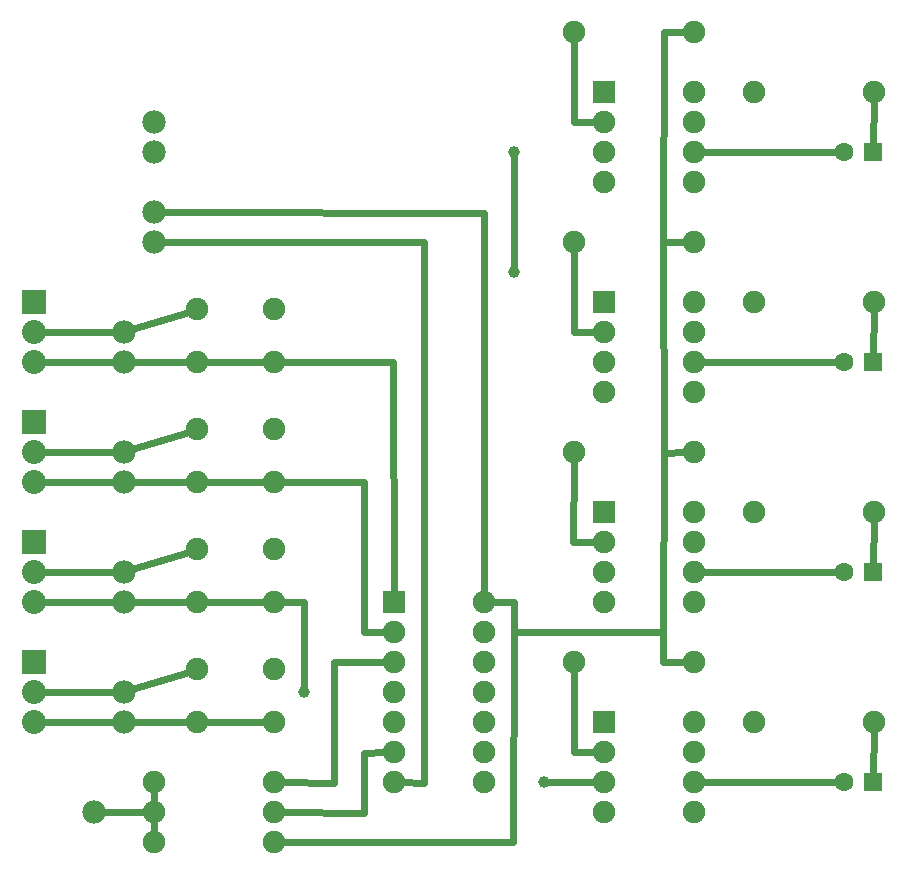
<source format=gbl>
G04 MADE WITH FRITZING*
G04 WWW.FRITZING.ORG*
G04 DOUBLE SIDED*
G04 HOLES PLATED*
G04 CONTOUR ON CENTER OF CONTOUR VECTOR*
%ASAXBY*%
%FSLAX23Y23*%
%MOIN*%
%OFA0B0*%
%SFA1.0B1.0*%
%ADD10C,0.080000*%
%ADD11C,0.075000*%
%ADD12C,0.062992*%
%ADD13C,0.078000*%
%ADD14C,0.039370*%
%ADD15R,0.080000X0.080000*%
%ADD16R,0.075000X0.075000*%
%ADD17R,0.062992X0.062992*%
%ADD18C,0.024000*%
%LNCOPPER0*%
G90*
G70*
G54D10*
X257Y850D03*
X257Y750D03*
X257Y650D03*
X257Y1650D03*
X257Y1550D03*
X257Y1450D03*
X257Y2050D03*
X257Y1950D03*
X257Y1850D03*
X257Y1250D03*
X257Y1150D03*
X257Y1050D03*
G54D11*
X2157Y1350D03*
X2457Y1350D03*
X2157Y1250D03*
X2457Y1250D03*
X2157Y1150D03*
X2457Y1150D03*
X2157Y1050D03*
X2457Y1050D03*
X2057Y1550D03*
X2457Y1550D03*
X2657Y1350D03*
X3057Y1350D03*
G54D12*
X3055Y1150D03*
X2957Y1150D03*
G54D11*
X1057Y1050D03*
X801Y1050D03*
X1057Y1227D03*
X801Y1227D03*
G54D13*
X657Y2350D03*
X657Y2250D03*
G54D14*
X1157Y749D03*
X1857Y2550D03*
X1857Y2149D03*
G54D13*
X557Y750D03*
X557Y650D03*
X557Y1150D03*
X557Y1050D03*
X557Y1550D03*
X557Y1450D03*
X557Y1950D03*
X557Y1850D03*
X457Y350D03*
X657Y2650D03*
X657Y2550D03*
G54D11*
X1057Y350D03*
X657Y350D03*
X1457Y1050D03*
X1757Y1050D03*
X1457Y950D03*
X1757Y950D03*
X1457Y850D03*
X1757Y850D03*
X1457Y750D03*
X1757Y750D03*
X1457Y650D03*
X1757Y650D03*
X1457Y550D03*
X1757Y550D03*
X1457Y450D03*
X1757Y450D03*
X2157Y650D03*
X2457Y650D03*
X2157Y550D03*
X2457Y550D03*
X2157Y450D03*
X2457Y450D03*
X2157Y350D03*
X2457Y350D03*
X2057Y850D03*
X2457Y850D03*
X657Y250D03*
X1057Y250D03*
X2157Y2050D03*
X2457Y2050D03*
X2157Y1950D03*
X2457Y1950D03*
X2157Y1850D03*
X2457Y1850D03*
X2157Y1750D03*
X2457Y1750D03*
X2057Y2250D03*
X2457Y2250D03*
X2157Y2750D03*
X2457Y2750D03*
X2157Y2650D03*
X2457Y2650D03*
X2157Y2550D03*
X2457Y2550D03*
X2157Y2450D03*
X2457Y2450D03*
X2057Y2950D03*
X2457Y2950D03*
X1057Y450D03*
X657Y450D03*
G54D12*
X3055Y2550D03*
X2957Y2550D03*
X3055Y450D03*
X2957Y450D03*
X3055Y1850D03*
X2957Y1850D03*
G54D11*
X1057Y650D03*
X801Y650D03*
X1057Y827D03*
X801Y827D03*
X1057Y1450D03*
X801Y1450D03*
X1057Y1627D03*
X801Y1627D03*
X1057Y1850D03*
X801Y1850D03*
X1057Y2027D03*
X801Y2027D03*
X2657Y650D03*
X3057Y650D03*
X2657Y2050D03*
X3057Y2050D03*
X2657Y2750D03*
X3057Y2750D03*
G54D14*
X1957Y450D03*
G54D15*
X257Y850D03*
X257Y1650D03*
X257Y2050D03*
X257Y1250D03*
G54D16*
X2157Y1350D03*
G54D17*
X3055Y1150D03*
G54D16*
X1457Y1050D03*
X2157Y650D03*
X2157Y2050D03*
X2157Y2750D03*
G54D17*
X3055Y2550D03*
X3055Y450D03*
X3055Y1850D03*
G54D18*
X1028Y650D02*
X829Y650D01*
D02*
X288Y650D02*
X527Y650D01*
D02*
X527Y750D02*
X288Y750D01*
D02*
X1976Y450D02*
X2128Y450D01*
D02*
X288Y1450D02*
X527Y1450D01*
D02*
X288Y1550D02*
X527Y1550D01*
D02*
X288Y1950D02*
X527Y1950D01*
D02*
X288Y1850D02*
X527Y1850D01*
D02*
X288Y1050D02*
X527Y1050D01*
D02*
X288Y1150D02*
X527Y1150D01*
D02*
X657Y278D02*
X657Y321D01*
D02*
X628Y350D02*
X487Y350D01*
D02*
X657Y378D02*
X657Y421D01*
D02*
X1357Y548D02*
X1357Y348D01*
D02*
X1357Y348D02*
X1085Y349D01*
D02*
X1428Y549D02*
X1357Y548D01*
D02*
X1257Y851D02*
X1428Y850D01*
D02*
X1257Y448D02*
X1257Y851D01*
D02*
X1085Y449D02*
X1257Y448D01*
D02*
X1857Y1049D02*
X1785Y1049D01*
D02*
X1857Y950D02*
X1857Y1049D01*
D02*
X1855Y249D02*
X1857Y950D01*
D02*
X1085Y250D02*
X1855Y249D01*
D02*
X1558Y2251D02*
X687Y2250D01*
D02*
X1558Y448D02*
X1558Y2251D01*
D02*
X1485Y449D02*
X1558Y448D01*
D02*
X1758Y2348D02*
X687Y2350D01*
D02*
X1757Y1078D02*
X1758Y2348D01*
D02*
X2057Y550D02*
X2057Y821D01*
D02*
X2128Y550D02*
X2057Y550D01*
D02*
X2356Y950D02*
X2356Y849D01*
D02*
X2356Y849D02*
X2428Y849D01*
D02*
X1857Y950D02*
X2356Y950D01*
D02*
X2358Y1548D02*
X2428Y1549D01*
D02*
X2356Y950D02*
X2358Y1548D01*
D02*
X2056Y1249D02*
X2057Y1521D01*
D02*
X2128Y1249D02*
X2056Y1249D01*
D02*
X2057Y1949D02*
X2128Y1949D01*
D02*
X2057Y2221D02*
X2057Y1949D01*
D02*
X2057Y2649D02*
X2128Y2649D01*
D02*
X2057Y2921D02*
X2057Y2649D01*
D02*
X2356Y2251D02*
X2428Y2250D01*
D02*
X2358Y1548D02*
X2356Y2251D01*
D02*
X2357Y2949D02*
X2428Y2949D01*
D02*
X2356Y2251D02*
X2357Y2949D01*
D02*
X1157Y768D02*
X1158Y1051D01*
D02*
X1158Y1051D02*
X1085Y1050D01*
D02*
X1358Y1450D02*
X1085Y1450D01*
D02*
X1358Y950D02*
X1358Y1450D01*
D02*
X1428Y950D02*
X1358Y950D01*
D02*
X1456Y1850D02*
X1085Y1850D01*
D02*
X1457Y1078D02*
X1456Y1850D01*
D02*
X1857Y2168D02*
X1857Y2531D01*
D02*
X2485Y2550D02*
X2930Y2550D01*
D02*
X2930Y1850D02*
X2485Y1850D01*
D02*
X2485Y1150D02*
X2930Y1150D01*
D02*
X2930Y450D02*
X2485Y450D01*
D02*
X3057Y621D02*
X3055Y476D01*
D02*
X3055Y1176D02*
X3057Y1321D01*
D02*
X3057Y2021D02*
X3055Y1876D01*
D02*
X3057Y2721D02*
X3055Y2576D01*
D02*
X587Y650D02*
X772Y650D01*
D02*
X585Y759D02*
X774Y818D01*
D02*
X585Y1159D02*
X774Y1218D01*
D02*
X587Y1050D02*
X772Y1050D01*
D02*
X587Y1450D02*
X772Y1450D01*
D02*
X585Y1559D02*
X774Y1618D01*
D02*
X587Y1850D02*
X772Y1850D01*
D02*
X585Y1959D02*
X774Y2018D01*
D02*
X1028Y1050D02*
X829Y1050D01*
D02*
X1028Y1450D02*
X829Y1450D01*
D02*
X1028Y1850D02*
X829Y1850D01*
G04 End of Copper0*
M02*
</source>
